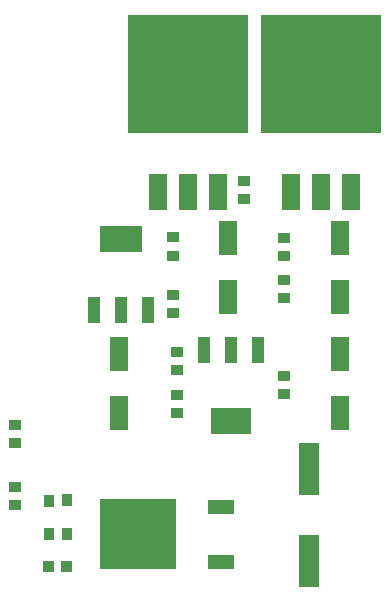
<source format=gtp>
G04 Layer: TopPasteMaskLayer*
G04 EasyEDA v6.4.19.5, 2021-05-27T17:32:06+08:00*
G04 33a6c8c822a742f28e1fac3212fc467e,cef4b8211a074a3184fc3ad01c494734,10*
G04 Gerber Generator version 0.2*
G04 Scale: 100 percent, Rotated: No, Reflected: No *
G04 Dimensions in millimeters *
G04 leading zeros omitted , absolute positions ,4 integer and 5 decimal *
%FSLAX45Y45*%
%MOMM*%

%ADD18R,0.9299X0.9799*%
%ADD19R,0.9799X0.9299*%
%ADD20R,1.5000X3.0000*%
%ADD21R,2.2000X1.2000*%
%ADD22R,6.5000X6.0000*%
%ADD23R,3.4999X2.2000*%
%ADD24R,1.0000X2.2000*%
%ADD25R,1.8000X4.4000*%
%ADD26R,10.1219X10.0203*%
%ADD27R,1.5113X3.0099*%

%LPD*%
D18*
G01*
X933170Y-1720621D03*
G01*
X1087323Y-1720113D03*
D19*
G01*
X649452Y-1083284D03*
G01*
X649960Y-1237411D03*
G01*
X2590571Y833069D03*
G01*
X2590063Y987221D03*
G01*
X1985289Y353517D03*
G01*
X1984781Y507669D03*
D20*
G01*
X2450084Y500126D03*
G01*
X2450084Y-279D03*
D19*
G01*
X2925597Y347929D03*
G01*
X2925089Y502081D03*
G01*
X2925597Y-7162D03*
G01*
X2925089Y146989D03*
D20*
G01*
X3400043Y500913D03*
G01*
X3400043Y507D03*
D19*
G01*
X1990623Y-133654D03*
G01*
X1990115Y20497D03*
G36*
X1040409Y-2230628D02*
G01*
X1133398Y-2230628D01*
X1133398Y-2328621D01*
X1040409Y-2328621D01*
G37*
G36*
X886256Y-2230628D02*
G01*
X979246Y-2230628D01*
X979246Y-2328621D01*
X886256Y-2328621D01*
G37*
D18*
G01*
X932916Y-2000275D03*
G01*
X1087069Y-2000275D03*
D19*
G01*
X650468Y-1603222D03*
G01*
X650468Y-1757375D03*
D21*
G01*
X2390394Y-1771395D03*
G01*
X2390902Y-2243836D03*
D22*
G01*
X1690878Y-2007615D03*
G36*
X1370076Y599490D02*
G01*
X1720087Y599490D01*
X1720087Y379476D01*
X1370076Y379476D01*
G37*
D24*
G01*
X1545081Y-110515D03*
G36*
X1725066Y-507D02*
G01*
X1825066Y-507D01*
X1825066Y-220522D01*
X1725066Y-220522D01*
G37*
G36*
X1265072Y-507D02*
G01*
X1365072Y-507D01*
X1365072Y-220522D01*
X1265072Y-220522D01*
G37*
D19*
G01*
X2019528Y-462762D03*
G01*
X2020036Y-616915D03*
D20*
G01*
X1530095Y-479805D03*
G01*
X1530095Y-980211D03*
D19*
G01*
X2020341Y-977188D03*
G01*
X2019833Y-823036D03*
D23*
G01*
X2479802Y-1050061D03*
G36*
X2429814Y-340055D02*
G01*
X2529814Y-340055D01*
X2529814Y-560070D01*
X2429814Y-560070D01*
G37*
D24*
G01*
X2249830Y-450062D03*
G01*
X2709799Y-450062D03*
D19*
G01*
X2924530Y-668502D03*
G01*
X2925038Y-822655D03*
D20*
G01*
X3400552Y-980211D03*
G01*
X3400552Y-479805D03*
D25*
G01*
X3140202Y-1449882D03*
G01*
X3140202Y-2230170D03*
D26*
G01*
X2109978Y1894078D03*
D27*
G01*
X2363978Y893318D03*
G01*
X1855978Y893318D03*
G01*
X2109978Y893318D03*
D26*
G01*
X3240024Y1893062D03*
D27*
G01*
X3494024Y892302D03*
G01*
X2986024Y892302D03*
G01*
X3240024Y892302D03*
M02*

</source>
